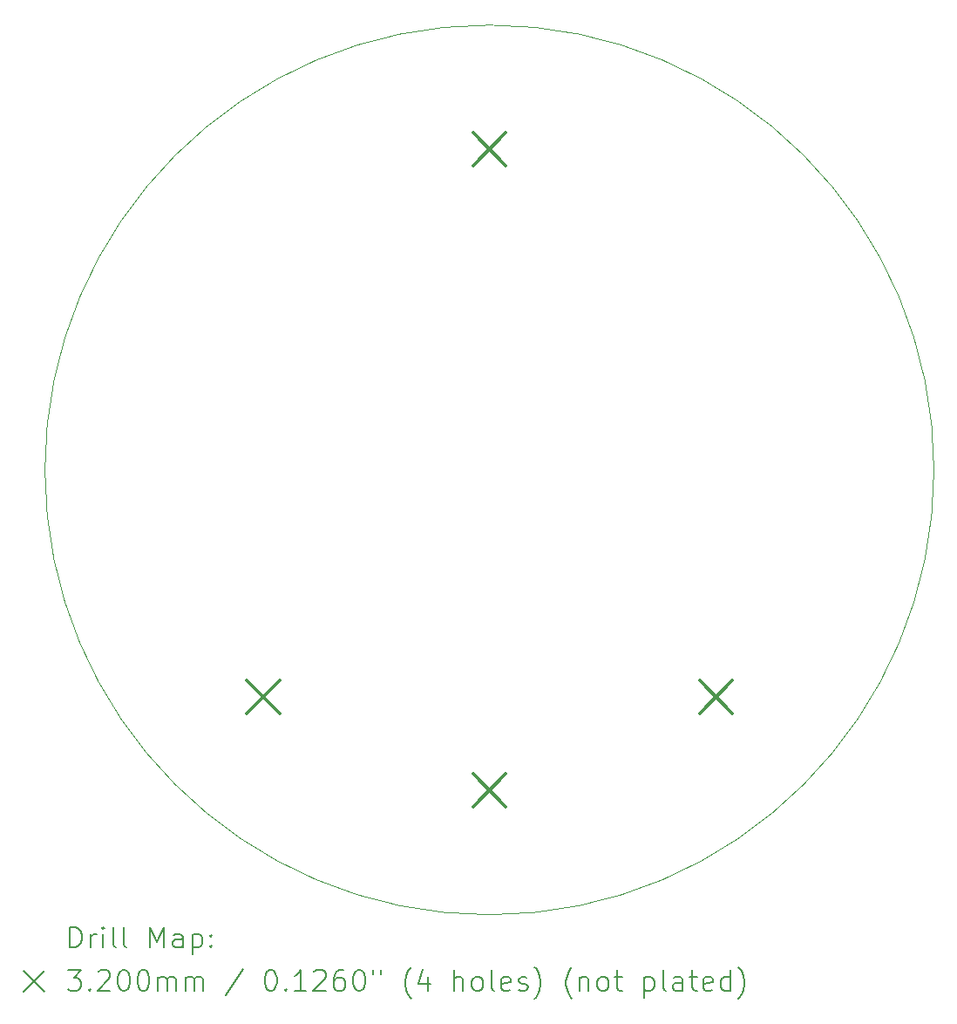
<source format=gbr>
%TF.GenerationSoftware,KiCad,Pcbnew,7.0.2*%
%TF.CreationDate,2023-06-22T15:29:07-04:00*%
%TF.ProjectId,protopico,70726f74-6f70-4696-936f-2e6b69636164,rev?*%
%TF.SameCoordinates,Original*%
%TF.FileFunction,Drillmap*%
%TF.FilePolarity,Positive*%
%FSLAX45Y45*%
G04 Gerber Fmt 4.5, Leading zero omitted, Abs format (unit mm)*
G04 Created by KiCad (PCBNEW 7.0.2) date 2023-06-22 15:29:07*
%MOMM*%
%LPD*%
G01*
G04 APERTURE LIST*
%ADD10C,0.101600*%
%ADD11C,0.200000*%
%ADD12C,0.320000*%
G04 APERTURE END LIST*
D10*
X19304000Y-9982200D02*
G75*
G03*
X19304000Y-9982200I-4318000J0D01*
G01*
D11*
D12*
X12625837Y-12022363D02*
X12945837Y-12342363D01*
X12945837Y-12022363D02*
X12625837Y-12342363D01*
X14826000Y-6710700D02*
X15146000Y-7030700D01*
X15146000Y-6710700D02*
X14826000Y-7030700D01*
X14826000Y-12933700D02*
X15146000Y-13253700D01*
X15146000Y-12933700D02*
X14826000Y-13253700D01*
X17026163Y-12022363D02*
X17346163Y-12342363D01*
X17346163Y-12022363D02*
X17026163Y-12342363D01*
D11*
X10910539Y-14617804D02*
X10910539Y-14417804D01*
X10910539Y-14417804D02*
X10958158Y-14417804D01*
X10958158Y-14417804D02*
X10986730Y-14427328D01*
X10986730Y-14427328D02*
X11005777Y-14446375D01*
X11005777Y-14446375D02*
X11015301Y-14465423D01*
X11015301Y-14465423D02*
X11024825Y-14503518D01*
X11024825Y-14503518D02*
X11024825Y-14532089D01*
X11024825Y-14532089D02*
X11015301Y-14570185D01*
X11015301Y-14570185D02*
X11005777Y-14589232D01*
X11005777Y-14589232D02*
X10986730Y-14608280D01*
X10986730Y-14608280D02*
X10958158Y-14617804D01*
X10958158Y-14617804D02*
X10910539Y-14617804D01*
X11110539Y-14617804D02*
X11110539Y-14484470D01*
X11110539Y-14522566D02*
X11120063Y-14503518D01*
X11120063Y-14503518D02*
X11129587Y-14493994D01*
X11129587Y-14493994D02*
X11148634Y-14484470D01*
X11148634Y-14484470D02*
X11167682Y-14484470D01*
X11234348Y-14617804D02*
X11234348Y-14484470D01*
X11234348Y-14417804D02*
X11224825Y-14427328D01*
X11224825Y-14427328D02*
X11234348Y-14436851D01*
X11234348Y-14436851D02*
X11243872Y-14427328D01*
X11243872Y-14427328D02*
X11234348Y-14417804D01*
X11234348Y-14417804D02*
X11234348Y-14436851D01*
X11358158Y-14617804D02*
X11339110Y-14608280D01*
X11339110Y-14608280D02*
X11329587Y-14589232D01*
X11329587Y-14589232D02*
X11329587Y-14417804D01*
X11462920Y-14617804D02*
X11443872Y-14608280D01*
X11443872Y-14608280D02*
X11434348Y-14589232D01*
X11434348Y-14589232D02*
X11434348Y-14417804D01*
X11691491Y-14617804D02*
X11691491Y-14417804D01*
X11691491Y-14417804D02*
X11758158Y-14560661D01*
X11758158Y-14560661D02*
X11824825Y-14417804D01*
X11824825Y-14417804D02*
X11824825Y-14617804D01*
X12005777Y-14617804D02*
X12005777Y-14513042D01*
X12005777Y-14513042D02*
X11996253Y-14493994D01*
X11996253Y-14493994D02*
X11977206Y-14484470D01*
X11977206Y-14484470D02*
X11939110Y-14484470D01*
X11939110Y-14484470D02*
X11920063Y-14493994D01*
X12005777Y-14608280D02*
X11986729Y-14617804D01*
X11986729Y-14617804D02*
X11939110Y-14617804D01*
X11939110Y-14617804D02*
X11920063Y-14608280D01*
X11920063Y-14608280D02*
X11910539Y-14589232D01*
X11910539Y-14589232D02*
X11910539Y-14570185D01*
X11910539Y-14570185D02*
X11920063Y-14551137D01*
X11920063Y-14551137D02*
X11939110Y-14541613D01*
X11939110Y-14541613D02*
X11986729Y-14541613D01*
X11986729Y-14541613D02*
X12005777Y-14532089D01*
X12101015Y-14484470D02*
X12101015Y-14684470D01*
X12101015Y-14493994D02*
X12120063Y-14484470D01*
X12120063Y-14484470D02*
X12158158Y-14484470D01*
X12158158Y-14484470D02*
X12177206Y-14493994D01*
X12177206Y-14493994D02*
X12186729Y-14503518D01*
X12186729Y-14503518D02*
X12196253Y-14522566D01*
X12196253Y-14522566D02*
X12196253Y-14579708D01*
X12196253Y-14579708D02*
X12186729Y-14598756D01*
X12186729Y-14598756D02*
X12177206Y-14608280D01*
X12177206Y-14608280D02*
X12158158Y-14617804D01*
X12158158Y-14617804D02*
X12120063Y-14617804D01*
X12120063Y-14617804D02*
X12101015Y-14608280D01*
X12281968Y-14598756D02*
X12291491Y-14608280D01*
X12291491Y-14608280D02*
X12281968Y-14617804D01*
X12281968Y-14617804D02*
X12272444Y-14608280D01*
X12272444Y-14608280D02*
X12281968Y-14598756D01*
X12281968Y-14598756D02*
X12281968Y-14617804D01*
X12281968Y-14493994D02*
X12291491Y-14503518D01*
X12291491Y-14503518D02*
X12281968Y-14513042D01*
X12281968Y-14513042D02*
X12272444Y-14503518D01*
X12272444Y-14503518D02*
X12281968Y-14493994D01*
X12281968Y-14493994D02*
X12281968Y-14513042D01*
X10462920Y-14845280D02*
X10662920Y-15045280D01*
X10662920Y-14845280D02*
X10462920Y-15045280D01*
X10891491Y-14837804D02*
X11015301Y-14837804D01*
X11015301Y-14837804D02*
X10948634Y-14913994D01*
X10948634Y-14913994D02*
X10977206Y-14913994D01*
X10977206Y-14913994D02*
X10996253Y-14923518D01*
X10996253Y-14923518D02*
X11005777Y-14933042D01*
X11005777Y-14933042D02*
X11015301Y-14952089D01*
X11015301Y-14952089D02*
X11015301Y-14999708D01*
X11015301Y-14999708D02*
X11005777Y-15018756D01*
X11005777Y-15018756D02*
X10996253Y-15028280D01*
X10996253Y-15028280D02*
X10977206Y-15037804D01*
X10977206Y-15037804D02*
X10920063Y-15037804D01*
X10920063Y-15037804D02*
X10901015Y-15028280D01*
X10901015Y-15028280D02*
X10891491Y-15018756D01*
X11101015Y-15018756D02*
X11110539Y-15028280D01*
X11110539Y-15028280D02*
X11101015Y-15037804D01*
X11101015Y-15037804D02*
X11091491Y-15028280D01*
X11091491Y-15028280D02*
X11101015Y-15018756D01*
X11101015Y-15018756D02*
X11101015Y-15037804D01*
X11186729Y-14856851D02*
X11196253Y-14847328D01*
X11196253Y-14847328D02*
X11215301Y-14837804D01*
X11215301Y-14837804D02*
X11262920Y-14837804D01*
X11262920Y-14837804D02*
X11281968Y-14847328D01*
X11281968Y-14847328D02*
X11291491Y-14856851D01*
X11291491Y-14856851D02*
X11301015Y-14875899D01*
X11301015Y-14875899D02*
X11301015Y-14894947D01*
X11301015Y-14894947D02*
X11291491Y-14923518D01*
X11291491Y-14923518D02*
X11177206Y-15037804D01*
X11177206Y-15037804D02*
X11301015Y-15037804D01*
X11424825Y-14837804D02*
X11443872Y-14837804D01*
X11443872Y-14837804D02*
X11462920Y-14847328D01*
X11462920Y-14847328D02*
X11472444Y-14856851D01*
X11472444Y-14856851D02*
X11481968Y-14875899D01*
X11481968Y-14875899D02*
X11491491Y-14913994D01*
X11491491Y-14913994D02*
X11491491Y-14961613D01*
X11491491Y-14961613D02*
X11481968Y-14999708D01*
X11481968Y-14999708D02*
X11472444Y-15018756D01*
X11472444Y-15018756D02*
X11462920Y-15028280D01*
X11462920Y-15028280D02*
X11443872Y-15037804D01*
X11443872Y-15037804D02*
X11424825Y-15037804D01*
X11424825Y-15037804D02*
X11405777Y-15028280D01*
X11405777Y-15028280D02*
X11396253Y-15018756D01*
X11396253Y-15018756D02*
X11386729Y-14999708D01*
X11386729Y-14999708D02*
X11377206Y-14961613D01*
X11377206Y-14961613D02*
X11377206Y-14913994D01*
X11377206Y-14913994D02*
X11386729Y-14875899D01*
X11386729Y-14875899D02*
X11396253Y-14856851D01*
X11396253Y-14856851D02*
X11405777Y-14847328D01*
X11405777Y-14847328D02*
X11424825Y-14837804D01*
X11615301Y-14837804D02*
X11634349Y-14837804D01*
X11634349Y-14837804D02*
X11653396Y-14847328D01*
X11653396Y-14847328D02*
X11662920Y-14856851D01*
X11662920Y-14856851D02*
X11672444Y-14875899D01*
X11672444Y-14875899D02*
X11681968Y-14913994D01*
X11681968Y-14913994D02*
X11681968Y-14961613D01*
X11681968Y-14961613D02*
X11672444Y-14999708D01*
X11672444Y-14999708D02*
X11662920Y-15018756D01*
X11662920Y-15018756D02*
X11653396Y-15028280D01*
X11653396Y-15028280D02*
X11634349Y-15037804D01*
X11634349Y-15037804D02*
X11615301Y-15037804D01*
X11615301Y-15037804D02*
X11596253Y-15028280D01*
X11596253Y-15028280D02*
X11586729Y-15018756D01*
X11586729Y-15018756D02*
X11577206Y-14999708D01*
X11577206Y-14999708D02*
X11567682Y-14961613D01*
X11567682Y-14961613D02*
X11567682Y-14913994D01*
X11567682Y-14913994D02*
X11577206Y-14875899D01*
X11577206Y-14875899D02*
X11586729Y-14856851D01*
X11586729Y-14856851D02*
X11596253Y-14847328D01*
X11596253Y-14847328D02*
X11615301Y-14837804D01*
X11767682Y-15037804D02*
X11767682Y-14904470D01*
X11767682Y-14923518D02*
X11777206Y-14913994D01*
X11777206Y-14913994D02*
X11796253Y-14904470D01*
X11796253Y-14904470D02*
X11824825Y-14904470D01*
X11824825Y-14904470D02*
X11843872Y-14913994D01*
X11843872Y-14913994D02*
X11853396Y-14933042D01*
X11853396Y-14933042D02*
X11853396Y-15037804D01*
X11853396Y-14933042D02*
X11862920Y-14913994D01*
X11862920Y-14913994D02*
X11881968Y-14904470D01*
X11881968Y-14904470D02*
X11910539Y-14904470D01*
X11910539Y-14904470D02*
X11929587Y-14913994D01*
X11929587Y-14913994D02*
X11939110Y-14933042D01*
X11939110Y-14933042D02*
X11939110Y-15037804D01*
X12034349Y-15037804D02*
X12034349Y-14904470D01*
X12034349Y-14923518D02*
X12043872Y-14913994D01*
X12043872Y-14913994D02*
X12062920Y-14904470D01*
X12062920Y-14904470D02*
X12091491Y-14904470D01*
X12091491Y-14904470D02*
X12110539Y-14913994D01*
X12110539Y-14913994D02*
X12120063Y-14933042D01*
X12120063Y-14933042D02*
X12120063Y-15037804D01*
X12120063Y-14933042D02*
X12129587Y-14913994D01*
X12129587Y-14913994D02*
X12148634Y-14904470D01*
X12148634Y-14904470D02*
X12177206Y-14904470D01*
X12177206Y-14904470D02*
X12196253Y-14913994D01*
X12196253Y-14913994D02*
X12205777Y-14933042D01*
X12205777Y-14933042D02*
X12205777Y-15037804D01*
X12596253Y-14828280D02*
X12424825Y-15085423D01*
X12853396Y-14837804D02*
X12872444Y-14837804D01*
X12872444Y-14837804D02*
X12891492Y-14847328D01*
X12891492Y-14847328D02*
X12901015Y-14856851D01*
X12901015Y-14856851D02*
X12910539Y-14875899D01*
X12910539Y-14875899D02*
X12920063Y-14913994D01*
X12920063Y-14913994D02*
X12920063Y-14961613D01*
X12920063Y-14961613D02*
X12910539Y-14999708D01*
X12910539Y-14999708D02*
X12901015Y-15018756D01*
X12901015Y-15018756D02*
X12891492Y-15028280D01*
X12891492Y-15028280D02*
X12872444Y-15037804D01*
X12872444Y-15037804D02*
X12853396Y-15037804D01*
X12853396Y-15037804D02*
X12834349Y-15028280D01*
X12834349Y-15028280D02*
X12824825Y-15018756D01*
X12824825Y-15018756D02*
X12815301Y-14999708D01*
X12815301Y-14999708D02*
X12805777Y-14961613D01*
X12805777Y-14961613D02*
X12805777Y-14913994D01*
X12805777Y-14913994D02*
X12815301Y-14875899D01*
X12815301Y-14875899D02*
X12824825Y-14856851D01*
X12824825Y-14856851D02*
X12834349Y-14847328D01*
X12834349Y-14847328D02*
X12853396Y-14837804D01*
X13005777Y-15018756D02*
X13015301Y-15028280D01*
X13015301Y-15028280D02*
X13005777Y-15037804D01*
X13005777Y-15037804D02*
X12996253Y-15028280D01*
X12996253Y-15028280D02*
X13005777Y-15018756D01*
X13005777Y-15018756D02*
X13005777Y-15037804D01*
X13205777Y-15037804D02*
X13091492Y-15037804D01*
X13148634Y-15037804D02*
X13148634Y-14837804D01*
X13148634Y-14837804D02*
X13129587Y-14866375D01*
X13129587Y-14866375D02*
X13110539Y-14885423D01*
X13110539Y-14885423D02*
X13091492Y-14894947D01*
X13281968Y-14856851D02*
X13291492Y-14847328D01*
X13291492Y-14847328D02*
X13310539Y-14837804D01*
X13310539Y-14837804D02*
X13358158Y-14837804D01*
X13358158Y-14837804D02*
X13377206Y-14847328D01*
X13377206Y-14847328D02*
X13386730Y-14856851D01*
X13386730Y-14856851D02*
X13396253Y-14875899D01*
X13396253Y-14875899D02*
X13396253Y-14894947D01*
X13396253Y-14894947D02*
X13386730Y-14923518D01*
X13386730Y-14923518D02*
X13272444Y-15037804D01*
X13272444Y-15037804D02*
X13396253Y-15037804D01*
X13567682Y-14837804D02*
X13529587Y-14837804D01*
X13529587Y-14837804D02*
X13510539Y-14847328D01*
X13510539Y-14847328D02*
X13501015Y-14856851D01*
X13501015Y-14856851D02*
X13481968Y-14885423D01*
X13481968Y-14885423D02*
X13472444Y-14923518D01*
X13472444Y-14923518D02*
X13472444Y-14999708D01*
X13472444Y-14999708D02*
X13481968Y-15018756D01*
X13481968Y-15018756D02*
X13491492Y-15028280D01*
X13491492Y-15028280D02*
X13510539Y-15037804D01*
X13510539Y-15037804D02*
X13548634Y-15037804D01*
X13548634Y-15037804D02*
X13567682Y-15028280D01*
X13567682Y-15028280D02*
X13577206Y-15018756D01*
X13577206Y-15018756D02*
X13586730Y-14999708D01*
X13586730Y-14999708D02*
X13586730Y-14952089D01*
X13586730Y-14952089D02*
X13577206Y-14933042D01*
X13577206Y-14933042D02*
X13567682Y-14923518D01*
X13567682Y-14923518D02*
X13548634Y-14913994D01*
X13548634Y-14913994D02*
X13510539Y-14913994D01*
X13510539Y-14913994D02*
X13491492Y-14923518D01*
X13491492Y-14923518D02*
X13481968Y-14933042D01*
X13481968Y-14933042D02*
X13472444Y-14952089D01*
X13710539Y-14837804D02*
X13729587Y-14837804D01*
X13729587Y-14837804D02*
X13748634Y-14847328D01*
X13748634Y-14847328D02*
X13758158Y-14856851D01*
X13758158Y-14856851D02*
X13767682Y-14875899D01*
X13767682Y-14875899D02*
X13777206Y-14913994D01*
X13777206Y-14913994D02*
X13777206Y-14961613D01*
X13777206Y-14961613D02*
X13767682Y-14999708D01*
X13767682Y-14999708D02*
X13758158Y-15018756D01*
X13758158Y-15018756D02*
X13748634Y-15028280D01*
X13748634Y-15028280D02*
X13729587Y-15037804D01*
X13729587Y-15037804D02*
X13710539Y-15037804D01*
X13710539Y-15037804D02*
X13691492Y-15028280D01*
X13691492Y-15028280D02*
X13681968Y-15018756D01*
X13681968Y-15018756D02*
X13672444Y-14999708D01*
X13672444Y-14999708D02*
X13662920Y-14961613D01*
X13662920Y-14961613D02*
X13662920Y-14913994D01*
X13662920Y-14913994D02*
X13672444Y-14875899D01*
X13672444Y-14875899D02*
X13681968Y-14856851D01*
X13681968Y-14856851D02*
X13691492Y-14847328D01*
X13691492Y-14847328D02*
X13710539Y-14837804D01*
X13853396Y-14837804D02*
X13853396Y-14875899D01*
X13929587Y-14837804D02*
X13929587Y-14875899D01*
X14224825Y-15113994D02*
X14215301Y-15104470D01*
X14215301Y-15104470D02*
X14196254Y-15075899D01*
X14196254Y-15075899D02*
X14186730Y-15056851D01*
X14186730Y-15056851D02*
X14177206Y-15028280D01*
X14177206Y-15028280D02*
X14167682Y-14980661D01*
X14167682Y-14980661D02*
X14167682Y-14942566D01*
X14167682Y-14942566D02*
X14177206Y-14894947D01*
X14177206Y-14894947D02*
X14186730Y-14866375D01*
X14186730Y-14866375D02*
X14196254Y-14847328D01*
X14196254Y-14847328D02*
X14215301Y-14818756D01*
X14215301Y-14818756D02*
X14224825Y-14809232D01*
X14386730Y-14904470D02*
X14386730Y-15037804D01*
X14339111Y-14828280D02*
X14291492Y-14971137D01*
X14291492Y-14971137D02*
X14415301Y-14971137D01*
X14643873Y-15037804D02*
X14643873Y-14837804D01*
X14729587Y-15037804D02*
X14729587Y-14933042D01*
X14729587Y-14933042D02*
X14720063Y-14913994D01*
X14720063Y-14913994D02*
X14701016Y-14904470D01*
X14701016Y-14904470D02*
X14672444Y-14904470D01*
X14672444Y-14904470D02*
X14653396Y-14913994D01*
X14653396Y-14913994D02*
X14643873Y-14923518D01*
X14853396Y-15037804D02*
X14834349Y-15028280D01*
X14834349Y-15028280D02*
X14824825Y-15018756D01*
X14824825Y-15018756D02*
X14815301Y-14999708D01*
X14815301Y-14999708D02*
X14815301Y-14942566D01*
X14815301Y-14942566D02*
X14824825Y-14923518D01*
X14824825Y-14923518D02*
X14834349Y-14913994D01*
X14834349Y-14913994D02*
X14853396Y-14904470D01*
X14853396Y-14904470D02*
X14881968Y-14904470D01*
X14881968Y-14904470D02*
X14901016Y-14913994D01*
X14901016Y-14913994D02*
X14910539Y-14923518D01*
X14910539Y-14923518D02*
X14920063Y-14942566D01*
X14920063Y-14942566D02*
X14920063Y-14999708D01*
X14920063Y-14999708D02*
X14910539Y-15018756D01*
X14910539Y-15018756D02*
X14901016Y-15028280D01*
X14901016Y-15028280D02*
X14881968Y-15037804D01*
X14881968Y-15037804D02*
X14853396Y-15037804D01*
X15034349Y-15037804D02*
X15015301Y-15028280D01*
X15015301Y-15028280D02*
X15005777Y-15009232D01*
X15005777Y-15009232D02*
X15005777Y-14837804D01*
X15186730Y-15028280D02*
X15167682Y-15037804D01*
X15167682Y-15037804D02*
X15129587Y-15037804D01*
X15129587Y-15037804D02*
X15110539Y-15028280D01*
X15110539Y-15028280D02*
X15101016Y-15009232D01*
X15101016Y-15009232D02*
X15101016Y-14933042D01*
X15101016Y-14933042D02*
X15110539Y-14913994D01*
X15110539Y-14913994D02*
X15129587Y-14904470D01*
X15129587Y-14904470D02*
X15167682Y-14904470D01*
X15167682Y-14904470D02*
X15186730Y-14913994D01*
X15186730Y-14913994D02*
X15196254Y-14933042D01*
X15196254Y-14933042D02*
X15196254Y-14952089D01*
X15196254Y-14952089D02*
X15101016Y-14971137D01*
X15272444Y-15028280D02*
X15291492Y-15037804D01*
X15291492Y-15037804D02*
X15329587Y-15037804D01*
X15329587Y-15037804D02*
X15348635Y-15028280D01*
X15348635Y-15028280D02*
X15358158Y-15009232D01*
X15358158Y-15009232D02*
X15358158Y-14999708D01*
X15358158Y-14999708D02*
X15348635Y-14980661D01*
X15348635Y-14980661D02*
X15329587Y-14971137D01*
X15329587Y-14971137D02*
X15301016Y-14971137D01*
X15301016Y-14971137D02*
X15281968Y-14961613D01*
X15281968Y-14961613D02*
X15272444Y-14942566D01*
X15272444Y-14942566D02*
X15272444Y-14933042D01*
X15272444Y-14933042D02*
X15281968Y-14913994D01*
X15281968Y-14913994D02*
X15301016Y-14904470D01*
X15301016Y-14904470D02*
X15329587Y-14904470D01*
X15329587Y-14904470D02*
X15348635Y-14913994D01*
X15424825Y-15113994D02*
X15434349Y-15104470D01*
X15434349Y-15104470D02*
X15453397Y-15075899D01*
X15453397Y-15075899D02*
X15462920Y-15056851D01*
X15462920Y-15056851D02*
X15472444Y-15028280D01*
X15472444Y-15028280D02*
X15481968Y-14980661D01*
X15481968Y-14980661D02*
X15481968Y-14942566D01*
X15481968Y-14942566D02*
X15472444Y-14894947D01*
X15472444Y-14894947D02*
X15462920Y-14866375D01*
X15462920Y-14866375D02*
X15453397Y-14847328D01*
X15453397Y-14847328D02*
X15434349Y-14818756D01*
X15434349Y-14818756D02*
X15424825Y-14809232D01*
X15786730Y-15113994D02*
X15777206Y-15104470D01*
X15777206Y-15104470D02*
X15758158Y-15075899D01*
X15758158Y-15075899D02*
X15748635Y-15056851D01*
X15748635Y-15056851D02*
X15739111Y-15028280D01*
X15739111Y-15028280D02*
X15729587Y-14980661D01*
X15729587Y-14980661D02*
X15729587Y-14942566D01*
X15729587Y-14942566D02*
X15739111Y-14894947D01*
X15739111Y-14894947D02*
X15748635Y-14866375D01*
X15748635Y-14866375D02*
X15758158Y-14847328D01*
X15758158Y-14847328D02*
X15777206Y-14818756D01*
X15777206Y-14818756D02*
X15786730Y-14809232D01*
X15862920Y-14904470D02*
X15862920Y-15037804D01*
X15862920Y-14923518D02*
X15872444Y-14913994D01*
X15872444Y-14913994D02*
X15891492Y-14904470D01*
X15891492Y-14904470D02*
X15920063Y-14904470D01*
X15920063Y-14904470D02*
X15939111Y-14913994D01*
X15939111Y-14913994D02*
X15948635Y-14933042D01*
X15948635Y-14933042D02*
X15948635Y-15037804D01*
X16072444Y-15037804D02*
X16053397Y-15028280D01*
X16053397Y-15028280D02*
X16043873Y-15018756D01*
X16043873Y-15018756D02*
X16034349Y-14999708D01*
X16034349Y-14999708D02*
X16034349Y-14942566D01*
X16034349Y-14942566D02*
X16043873Y-14923518D01*
X16043873Y-14923518D02*
X16053397Y-14913994D01*
X16053397Y-14913994D02*
X16072444Y-14904470D01*
X16072444Y-14904470D02*
X16101016Y-14904470D01*
X16101016Y-14904470D02*
X16120063Y-14913994D01*
X16120063Y-14913994D02*
X16129587Y-14923518D01*
X16129587Y-14923518D02*
X16139111Y-14942566D01*
X16139111Y-14942566D02*
X16139111Y-14999708D01*
X16139111Y-14999708D02*
X16129587Y-15018756D01*
X16129587Y-15018756D02*
X16120063Y-15028280D01*
X16120063Y-15028280D02*
X16101016Y-15037804D01*
X16101016Y-15037804D02*
X16072444Y-15037804D01*
X16196254Y-14904470D02*
X16272444Y-14904470D01*
X16224825Y-14837804D02*
X16224825Y-15009232D01*
X16224825Y-15009232D02*
X16234349Y-15028280D01*
X16234349Y-15028280D02*
X16253397Y-15037804D01*
X16253397Y-15037804D02*
X16272444Y-15037804D01*
X16491492Y-14904470D02*
X16491492Y-15104470D01*
X16491492Y-14913994D02*
X16510539Y-14904470D01*
X16510539Y-14904470D02*
X16548635Y-14904470D01*
X16548635Y-14904470D02*
X16567682Y-14913994D01*
X16567682Y-14913994D02*
X16577206Y-14923518D01*
X16577206Y-14923518D02*
X16586730Y-14942566D01*
X16586730Y-14942566D02*
X16586730Y-14999708D01*
X16586730Y-14999708D02*
X16577206Y-15018756D01*
X16577206Y-15018756D02*
X16567682Y-15028280D01*
X16567682Y-15028280D02*
X16548635Y-15037804D01*
X16548635Y-15037804D02*
X16510539Y-15037804D01*
X16510539Y-15037804D02*
X16491492Y-15028280D01*
X16701016Y-15037804D02*
X16681968Y-15028280D01*
X16681968Y-15028280D02*
X16672444Y-15009232D01*
X16672444Y-15009232D02*
X16672444Y-14837804D01*
X16862921Y-15037804D02*
X16862921Y-14933042D01*
X16862921Y-14933042D02*
X16853397Y-14913994D01*
X16853397Y-14913994D02*
X16834349Y-14904470D01*
X16834349Y-14904470D02*
X16796254Y-14904470D01*
X16796254Y-14904470D02*
X16777206Y-14913994D01*
X16862921Y-15028280D02*
X16843873Y-15037804D01*
X16843873Y-15037804D02*
X16796254Y-15037804D01*
X16796254Y-15037804D02*
X16777206Y-15028280D01*
X16777206Y-15028280D02*
X16767682Y-15009232D01*
X16767682Y-15009232D02*
X16767682Y-14990185D01*
X16767682Y-14990185D02*
X16777206Y-14971137D01*
X16777206Y-14971137D02*
X16796254Y-14961613D01*
X16796254Y-14961613D02*
X16843873Y-14961613D01*
X16843873Y-14961613D02*
X16862921Y-14952089D01*
X16929587Y-14904470D02*
X17005778Y-14904470D01*
X16958159Y-14837804D02*
X16958159Y-15009232D01*
X16958159Y-15009232D02*
X16967682Y-15028280D01*
X16967682Y-15028280D02*
X16986730Y-15037804D01*
X16986730Y-15037804D02*
X17005778Y-15037804D01*
X17148635Y-15028280D02*
X17129587Y-15037804D01*
X17129587Y-15037804D02*
X17091492Y-15037804D01*
X17091492Y-15037804D02*
X17072444Y-15028280D01*
X17072444Y-15028280D02*
X17062921Y-15009232D01*
X17062921Y-15009232D02*
X17062921Y-14933042D01*
X17062921Y-14933042D02*
X17072444Y-14913994D01*
X17072444Y-14913994D02*
X17091492Y-14904470D01*
X17091492Y-14904470D02*
X17129587Y-14904470D01*
X17129587Y-14904470D02*
X17148635Y-14913994D01*
X17148635Y-14913994D02*
X17158159Y-14933042D01*
X17158159Y-14933042D02*
X17158159Y-14952089D01*
X17158159Y-14952089D02*
X17062921Y-14971137D01*
X17329587Y-15037804D02*
X17329587Y-14837804D01*
X17329587Y-15028280D02*
X17310540Y-15037804D01*
X17310540Y-15037804D02*
X17272444Y-15037804D01*
X17272444Y-15037804D02*
X17253397Y-15028280D01*
X17253397Y-15028280D02*
X17243873Y-15018756D01*
X17243873Y-15018756D02*
X17234349Y-14999708D01*
X17234349Y-14999708D02*
X17234349Y-14942566D01*
X17234349Y-14942566D02*
X17243873Y-14923518D01*
X17243873Y-14923518D02*
X17253397Y-14913994D01*
X17253397Y-14913994D02*
X17272444Y-14904470D01*
X17272444Y-14904470D02*
X17310540Y-14904470D01*
X17310540Y-14904470D02*
X17329587Y-14913994D01*
X17405778Y-15113994D02*
X17415302Y-15104470D01*
X17415302Y-15104470D02*
X17434349Y-15075899D01*
X17434349Y-15075899D02*
X17443873Y-15056851D01*
X17443873Y-15056851D02*
X17453397Y-15028280D01*
X17453397Y-15028280D02*
X17462921Y-14980661D01*
X17462921Y-14980661D02*
X17462921Y-14942566D01*
X17462921Y-14942566D02*
X17453397Y-14894947D01*
X17453397Y-14894947D02*
X17443873Y-14866375D01*
X17443873Y-14866375D02*
X17434349Y-14847328D01*
X17434349Y-14847328D02*
X17415302Y-14818756D01*
X17415302Y-14818756D02*
X17405778Y-14809232D01*
M02*

</source>
